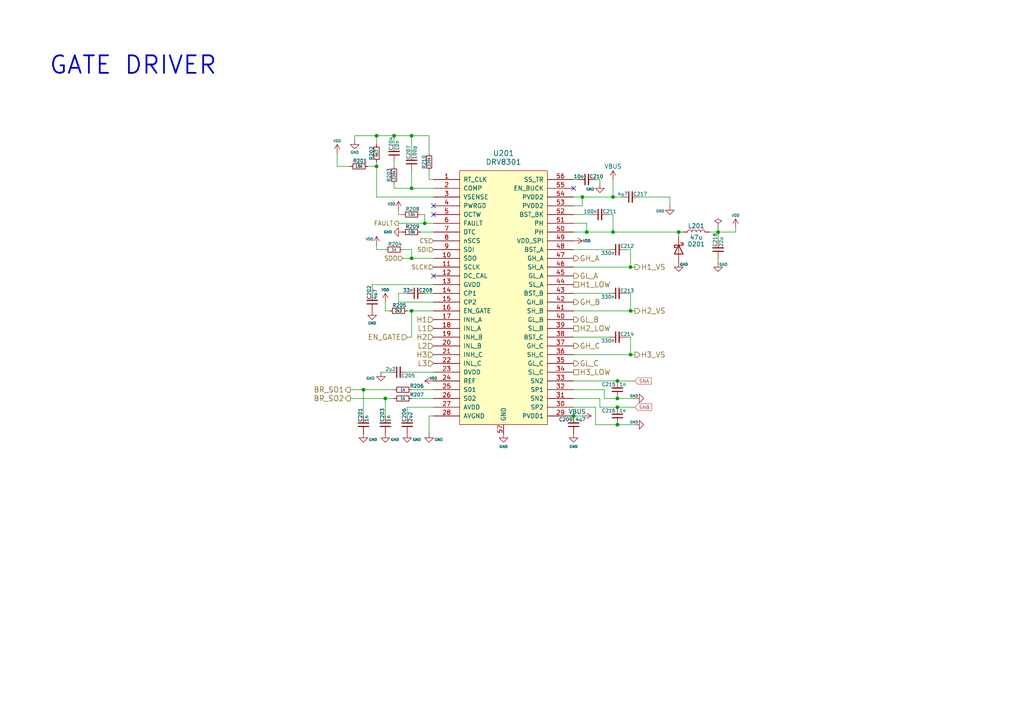
<source format=kicad_sch>
(kicad_sch (version 20250114) (generator "eeschema") (generator_version "9.0")
  (paper "A4")
  (lib_symbols
    (symbol "Bluesat:C_CompactH" (pin_numbers (hide yes)) (pin_names (offset 0.254) (hide yes))
      (property "Reference" "C" (at 0.762 0.889 0))
      (property "Value" "C_CompactH" (at -0.762 0.889 0))
      (symbol "C_CompactH_0_1"
        (polyline (pts (xy -0.508 -1.524) (xy -0.508 1.524)) (stroke (width 0.3048)))
        (polyline (pts (xy 0.508 -1.524) (xy 0.508 1.524)) (stroke (width 0.3302)))
      )
      (symbol "C_CompactH_1_1"
        (pin passive line (at -2.54 0 0) (length 2.032) (name "~") (number "1"))
        (pin passive line (at 2.54 0 180) (length 2.032) (name "~") (number "2"))
      )
    )
    (symbol "Bluesat:C_CompactV" (pin_numbers (hide yes)) (pin_names (offset 0.254) (hide yes))
      (property "Reference" "C" (at -0.889 0.762 90))
      (property "Value" "C_CompactV" (at 0.889 0.762 90))
      (symbol "C_CompactV_0_1"
        (polyline (pts (xy 1.524 0.508) (xy -1.524 0.508)) (stroke (width 0.3302)))
        (polyline (pts (xy 1.524 -0.508) (xy -1.524 -0.508)) (stroke (width 0.3048)))
      )
      (symbol "C_CompactV_1_1"
        (pin passive line (at 0 2.54 270) (length 2.032) (name "~") (number "2"))
        (pin passive line (at 0 -2.54 90) (length 2.032) (name "~") (number "1"))
      )
    )
    (symbol "Bluesat:DRV8301" (pin_names (offset 1.016))
      (property "Reference" "U101" (at 0 50.8 0))
      (property "Value" "DRV8301" (at 0 48.26 0))
      (symbol "DRV8301_0_0"
        (pin passive line (at 20.32 43.18 180) (length 7.62) (name "SS_TR") (number "56"))
        (pin input line (at 20.32 40.64 180) (length 7.62) (name "EN_BUCK") (number "55"))
        (pin power_in line (at 20.32 38.1 180) (length 7.62) (name "PVDD2") (number "54"))
        (pin power_in line (at 20.32 35.56 180) (length 7.62) (name "PVDD2") (number "53"))
        (pin passive line (at 20.32 33.02 180) (length 7.62) (name "BST_BK") (number "52"))
        (pin output line (at 20.32 30.48 180) (length 7.62) (name "PH") (number "51"))
        (pin output line (at 20.32 27.94 180) (length 7.62) (name "PH") (number "50"))
      )
      (symbol "DRV8301_1_0"
        (pin passive line (at 0 -30.48 90) (length 2.54) (name "GND") (number "57"))
        (pin passive line (at 20.32 10.16 180) (length 7.62) (name "BST_B") (number "43"))
      )
      (symbol "DRV8301_1_1"
        (rectangle (start -12.7 45.72) (end 12.7 -27.94) (fill (type background)))
        (pin passive line (at -20.32 43.18 0) (length 7.62) (name "RT_CLK") (number "1"))
        (pin passive line (at -20.32 40.64 0) (length 7.62) (name "COMP") (number "2"))
        (pin input line (at -20.32 38.1 0) (length 7.62) (name "VSENSE") (number "3"))
        (pin input line (at -20.32 35.56 0) (length 7.62) (name "PWRGD") (number "4"))
        (pin input line (at -20.32 33.02 0) (length 7.62) (name "OCTW") (number "5"))
        (pin output line (at -20.32 30.48 0) (length 7.62) (name "FAULT") (number "6"))
        (pin passive line (at -20.32 27.94 0) (length 7.62) (name "DTC") (number "7"))
        (pin input line (at -20.32 25.4 0) (length 7.62) (name "nSCS") (number "8"))
        (pin bidirectional line (at -20.32 22.86 0) (length 7.62) (name "SDI") (number "9"))
        (pin bidirectional line (at -20.32 20.32 0) (length 7.62) (name "SDO") (number "10"))
        (pin bidirectional line (at -20.32 17.78 0) (length 7.62) (name "SCLK") (number "11"))
        (pin input line (at -20.32 15.24 0) (length 7.62) (name "DC_CAL") (number "12"))
        (pin passive line (at -20.32 12.7 0) (length 7.62) (name "GVDD") (number "13"))
        (pin passive line (at -20.32 10.16 0) (length 7.62) (name "CP1") (number "14"))
        (pin passive line (at -20.32 7.62 0) (length 7.62) (name "CP2") (number "15"))
        (pin input line (at -20.32 5.08 0) (length 7.62) (name "EN_GATE") (number "16"))
        (pin input line (at -20.32 2.54 0) (length 7.62) (name "INH_A") (number "17"))
        (pin input line (at -20.32 0 0) (length 7.62) (name "INL_A") (number "18"))
        (pin input line (at -20.32 -2.54 0) (length 7.62) (name "INH_B") (number "19"))
        (pin input line (at -20.32 -5.08 0) (length 7.62) (name "INL_B") (number "20"))
        (pin input line (at -20.32 -7.62 0) (length 7.62) (name "INH_C") (number "21"))
        (pin input line (at -20.32 -10.16 0) (length 7.62) (name "INL_C") (number "22"))
        (pin input line (at -20.32 -12.7 0) (length 7.62) (name "DVDD") (number "23"))
        (pin passive line (at -20.32 -15.24 0) (length 7.62) (name "REF") (number "24"))
        (pin input line (at -20.32 -17.78 0) (length 7.62) (name "S01") (number "25"))
        (pin input line (at -20.32 -20.32 0) (length 7.62) (name "S02") (number "26"))
        (pin power_in line (at -20.32 -22.86 0) (length 7.62) (name "AVDD") (number "27"))
        (pin passive line (at -20.32 -25.4 0) (length 7.62) (name "AVGND") (number "28"))
        (pin power_in line (at 20.32 25.4 180) (length 7.62) (name "VDD_SPI") (number "49"))
        (pin passive line (at 20.32 22.86 180) (length 7.62) (name "BST_A") (number "48"))
        (pin output line (at 20.32 20.32 180) (length 7.62) (name "GH_A") (number "47"))
        (pin input line (at 20.32 17.78 180) (length 7.62) (name "SH_A") (number "46"))
        (pin output line (at 20.32 15.24 180) (length 7.62) (name "GL_A") (number "45"))
        (pin input line (at 20.32 12.7 180) (length 7.62) (name "SL_A") (number "44"))
        (pin output line (at 20.32 7.62 180) (length 7.62) (name "GH_B") (number "42"))
        (pin input line (at 20.32 5.08 180) (length 7.62) (name "SH_B") (number "41"))
        (pin output line (at 20.32 2.54 180) (length 7.62) (name "GL_B") (number "40"))
        (pin input line (at 20.32 0 180) (length 7.62) (name "SL_B") (number "39"))
        (pin passive line (at 20.32 -2.54 180) (length 7.62) (name "BST_C") (number "38"))
        (pin output line (at 20.32 -5.08 180) (length 7.62) (name "GH_C") (number "37"))
        (pin input line (at 20.32 -7.62 180) (length 7.62) (name "SH_C") (number "36"))
        (pin output line (at 20.32 -10.16 180) (length 7.62) (name "GL_C") (number "35"))
        (pin input line (at 20.32 -12.7 180) (length 7.62) (name "SL_C") (number "34"))
        (pin input line (at 20.32 -15.24 180) (length 7.62) (name "SN2") (number "33"))
        (pin input line (at 20.32 -17.78 180) (length 7.62) (name "SP1") (number "32"))
        (pin input line (at 20.32 -20.32 180) (length 7.62) (name "SN2") (number "31"))
        (pin input line (at 20.32 -22.86 180) (length 7.62) (name "SP2") (number "30"))
        (pin power_in line (at 20.32 -25.4 180) (length 7.62) (name "PVDD1") (number "29"))
      )
    )
    (symbol "Bluesat:R_CompactH" (pin_numbers (hide yes)) (pin_names (offset 0.254) (hide yes))
      (property "Reference" "R" (at 1.8415 0.1905 0))
      (property "Value" "R_CompactH" (at 0 0 0))
      (symbol "R_CompactH_0_1"
        (rectangle (start -1.778 -0.762) (end 1.778 0.762) (stroke (width 0.2032)))
      )
      (symbol "R_CompactH_1_1"
        (pin passive line (at -2.54 0 0) (length 0.762) (name "~") (number "1"))
        (pin passive line (at 2.54 0 180) (length 0.762) (name "~") (number "2"))
      )
    )
    (symbol "Bluesat:R_CompactV" (pin_numbers (hide yes)) (pin_names (offset 0.254) (hide yes))
      (property "Reference" "R" (at -0.889 0 90))
      (property "Value" "R_CompactV" (at 0 0 90))
      (symbol "R_CompactV_0_1"
        (rectangle (start -0.762 1.778) (end 0.762 -1.778) (stroke (width 0.2032)))
      )
      (symbol "R_CompactV_1_1"
        (pin passive line (at 0 2.54 270) (length 0.762) (name "~") (number "1"))
        (pin passive line (at 0 -2.54 90) (length 0.762) (name "~") (number "2"))
      )
    )
    (symbol "Device:D_Schottky" (pin_numbers (hide yes)) (pin_names (offset 1.016) (hide yes))
      (property "Reference" "D" (at 0 2.54 0))
      (property "Value" "D_Schottky" (at 0 -2.54 0))
      (symbol "D_Schottky_0_1"
        (polyline (pts (xy -1.905 0.635) (xy -1.905 1.27) (xy -1.27 1.27) (xy -1.27 -1.27) (xy -0.635 -1.27) (xy -0.635 -0.635)) (stroke (width 0.254)))
        (polyline (pts (xy 1.27 1.27) (xy 1.27 -1.27) (xy -1.27 0) (xy 1.27 1.27)) (stroke (width 0.254)))
        (polyline (pts (xy 1.27 0) (xy -1.27 0)))
      )
      (symbol "D_Schottky_1_1"
        (pin passive line (at -3.81 0 0) (length 2.54) (name "K") (number "1"))
        (pin passive line (at 3.81 0 180) (length 2.54) (name "A") (number "2"))
      )
    )
    (symbol "Device:L" (pin_numbers (hide yes)) (pin_names (offset 1.016) (hide yes))
      (property "Reference" "L" (at -1.27 0 90))
      (property "Value" "L" (at 1.905 0 90))
      (symbol "L_0_1"
        (arc (start 0 2.54) (mid 0.6323 1.905) (end 0 1.27))
        (arc (start 0 1.27) (mid 0.6323 0.635) (end 0 0))
        (arc (start 0 0) (mid 0.6323 -0.635) (end 0 -1.27))
        (arc (start 0 -1.27) (mid 0.6323 -1.905) (end 0 -2.54))
      )
      (symbol "L_1_1"
        (pin passive line (at 0 3.81 270) (length 1.27) (name "1") (number "1"))
        (pin passive line (at 0 -3.81 90) (length 1.27) (name "2") (number "2"))
      )
    )
    (symbol "power:GND" (power) (pin_numbers (hide yes)) (pin_names (offset 0) (hide yes))
      (property "Value" "GND" (at 0 -3.81 0))
      (symbol "GND_0_1"
        (polyline (pts (xy 0 0) (xy 0 -1.27) (xy 1.27 -1.27) (xy 0 -2.54) (xy -1.27 -1.27) (xy 0 -1.27)))
      )
      (symbol "GND_1_1"
        (pin power_in line (at 0 0 270) (length 0) (name "~") (number "1"))
      )
    )
    (symbol "power:PWR_FLAG" (power) (pin_numbers (hide yes)) (pin_names (offset 0) (hide yes))
      (property "Value" "PWR_FLAG" (at 0 3.81 0))
      (symbol "PWR_FLAG_0_0"
        (pin power_out line (at 0 0 90) (length 0) (name "~") (number "1"))
      )
      (symbol "PWR_FLAG_0_1"
        (polyline (pts (xy 0 0) (xy 0 1.27) (xy -1.016 1.905) (xy 0 2.54) (xy 1.016 1.905) (xy 0 1.27)))
      )
    )
    (symbol "power:VBUS" (power) (pin_numbers (hide yes)) (pin_names (offset 0) (hide yes))
      (property "Value" "VBUS" (at 0 3.556 0))
      (symbol "VBUS_0_1"
        (polyline (pts (xy -0.762 1.27) (xy 0 2.54)))
        (polyline (pts (xy 0 2.54) (xy 0.762 1.27)))
        (polyline (pts (xy 0 0) (xy 0 2.54)))
      )
      (symbol "VBUS_1_1"
        (pin power_in line (at 0 0 90) (length 0) (name "~") (number "1"))
      )
    )
    (symbol "power:VDD" (power) (pin_numbers (hide yes)) (pin_names (offset 0) (hide yes))
      (property "Value" "VDD" (at 0 3.556 0))
      (symbol "VDD_0_1"
        (polyline (pts (xy -0.762 1.27) (xy 0 2.54)))
        (polyline (pts (xy 0 2.54) (xy 0.762 1.27)))
        (polyline (pts (xy 0 0) (xy 0 2.54)))
      )
      (symbol "VDD_1_1"
        (pin power_in line (at 0 0 90) (length 0) (name "~") (number "1"))
      )
    )
  )
  (text "GATE DRIVER" (at 38.608 19.05 0) (effects (font (size 5.08 5.08) (thickness 0.508) (bold yes))))
  (junction (at 119.38 54.61))
  (junction (at 177.8 57.15))
  (junction (at 179.07 123.19))
  (junction (at 177.8 67.31))
  (junction (at 179.07 115.57))
  (junction (at 109.22 48.26))
  (junction (at 179.07 118.11))
  (junction (at 114.3 39.37))
  (junction (at 109.22 39.37))
  (junction (at 119.38 90.17))
  (junction (at 196.85 67.31))
  (junction (at 105.41 113.03))
  (junction (at 208.28 67.31))
  (junction (at 168.91 57.15))
  (junction (at 170.18 67.31))
  (junction (at 111.76 115.57))
  (junction (at 182.88 77.47))
  (junction (at 119.38 39.37))
  (junction (at 182.88 90.17))
  (junction (at 166.37 120.65))
  (junction (at 123.19 64.77))
  (junction (at 119.38 74.93))
  (junction (at 179.07 110.49))
  (junction (at 182.88 102.87))
  (no_connect (at 125.73 59.69))
  (no_connect (at 166.37 54.61))
  (no_connect (at 125.73 80.01))
  (no_connect (at 125.73 62.23))
  (wire (pts (xy 113.03 107.95) (xy 110.49 107.95)))
  (wire (pts (xy 105.41 113.03) (xy 105.41 120.65)))
  (wire (pts (xy 182.88 72.39) (xy 181.61 72.39)))
  (wire (pts (xy 102.87 39.37) (xy 102.87 40.64)))
  (wire (pts (xy 123.19 64.77) (xy 125.73 64.77)))
  (wire (pts (xy 166.37 57.15) (xy 168.91 57.15)))
  (wire (pts (xy 118.11 118.11) (xy 118.11 120.65)))
  (wire (pts (xy 125.73 57.15) (xy 109.22 57.15)))
  (wire (pts (xy 107.95 82.55) (xy 107.95 85.09)))
  (wire (pts (xy 166.37 102.87) (xy 182.88 102.87)))
  (wire (pts (xy 115.57 64.77) (xy 123.19 64.77)))
  (wire (pts (xy 166.37 115.57) (xy 173.99 115.57)))
  (wire (pts (xy 124.46 39.37) (xy 124.46 44.45)))
  (wire (pts (xy 119.38 74.93) (xy 119.38 72.39)))
  (wire (pts (xy 179.07 110.49) (xy 184.15 110.49)))
  (wire (pts (xy 109.22 48.26) (xy 109.22 46.99)))
  (wire (pts (xy 172.72 118.11) (xy 172.72 123.19)))
  (wire (pts (xy 101.6 115.57) (xy 111.76 115.57)))
  (wire (pts (xy 123.19 85.09) (xy 125.73 85.09)))
  (wire (pts (xy 119.38 115.57) (xy 125.73 115.57)))
  (wire (pts (xy 114.3 41.91) (xy 114.3 39.37)))
  (wire (pts (xy 119.38 54.61) (xy 119.38 49.53)))
  (wire (pts (xy 166.37 97.79) (xy 176.53 97.79)))
  (wire (pts (xy 119.38 113.03) (xy 125.73 113.03)))
  (wire (pts (xy 109.22 71.12) (xy 109.22 72.39)))
  (wire (pts (xy 119.38 90.17) (xy 125.73 90.17)))
  (wire (pts (xy 213.36 66.04) (xy 213.36 67.31)))
  (wire (pts (xy 125.73 118.11) (xy 118.11 118.11)))
  (wire (pts (xy 119.38 39.37) (xy 114.3 39.37)))
  (wire (pts (xy 124.46 39.37) (xy 119.38 39.37)))
  (wire (pts (xy 125.73 82.55) (xy 107.95 82.55)))
  (wire (pts (xy 182.88 85.09) (xy 182.88 90.17)))
  (wire (pts (xy 111.76 115.57) (xy 111.76 120.65)))
  (wire (pts (xy 166.37 77.47) (xy 182.88 77.47)))
  (wire (pts (xy 109.22 39.37) (xy 102.87 39.37)))
  (wire (pts (xy 97.79 44.45) (xy 97.79 48.26)))
  (wire (pts (xy 166.37 52.07) (xy 167.64 52.07)))
  (wire (pts (xy 166.37 113.03) (xy 175.26 113.03)))
  (wire (pts (xy 172.72 52.07) (xy 173.99 52.07)))
  (wire (pts (xy 173.99 118.11) (xy 179.07 118.11)))
  (wire (pts (xy 177.8 62.23) (xy 177.8 67.31)))
  (wire (pts (xy 118.11 107.95) (xy 125.73 107.95)))
  (wire (pts (xy 106.68 48.26) (xy 109.22 48.26)))
  (wire (pts (xy 111.76 72.39) (xy 109.22 72.39)))
  (wire (pts (xy 166.37 72.39) (xy 176.53 72.39)))
  (wire (pts (xy 109.22 39.37) (xy 114.3 39.37)))
  (wire (pts (xy 182.88 97.79) (xy 182.88 102.87)))
  (wire (pts (xy 182.88 77.47) (xy 184.15 77.47)))
  (wire (pts (xy 168.91 57.15) (xy 177.8 57.15)))
  (wire (pts (xy 111.76 87.63) (xy 111.76 90.17)))
  (wire (pts (xy 125.73 54.61) (xy 119.38 54.61)))
  (wire (pts (xy 119.38 72.39) (xy 116.84 72.39)))
  (wire (pts (xy 166.37 64.77) (xy 170.18 64.77)))
  (wire (pts (xy 166.37 118.11) (xy 172.72 118.11)))
  (wire (pts (xy 175.26 113.03) (xy 175.26 115.57)))
  (wire (pts (xy 109.22 41.91) (xy 109.22 39.37)))
  (wire (pts (xy 113.03 90.17) (xy 111.76 90.17)))
  (wire (pts (xy 116.84 74.93) (xy 119.38 74.93)))
  (wire (pts (xy 123.19 64.77) (xy 123.19 62.23)))
  (wire (pts (xy 170.18 64.77) (xy 170.18 67.31)))
  (wire (pts (xy 166.37 62.23) (xy 171.45 62.23)))
  (wire (pts (xy 182.88 72.39) (xy 182.88 77.47)))
  (wire (pts (xy 177.8 57.15) (xy 177.8 52.07)))
  (wire (pts (xy 111.76 115.57) (xy 114.3 115.57)))
  (wire (pts (xy 185.42 57.15) (xy 194.31 57.15)))
  (wire (pts (xy 166.37 90.17) (xy 182.88 90.17)))
  (wire (pts (xy 168.91 59.69) (xy 168.91 57.15)))
  (wire (pts (xy 124.46 120.65) (xy 124.46 125.73)))
  (wire (pts (xy 118.11 97.79) (xy 119.38 97.79)))
  (wire (pts (xy 173.99 52.07) (xy 173.99 53.34)))
  (wire (pts (xy 182.88 85.09) (xy 181.61 85.09)))
  (wire (pts (xy 170.18 67.31) (xy 177.8 67.31)))
  (wire (pts (xy 115.57 87.63) (xy 125.73 87.63)))
  (wire (pts (xy 175.26 115.57) (xy 179.07 115.57)))
  (wire (pts (xy 166.37 110.49) (xy 179.07 110.49)))
  (wire (pts (xy 196.85 67.31) (xy 196.85 68.58)))
  (wire (pts (xy 125.73 120.65) (xy 124.46 120.65)))
  (wire (pts (xy 114.3 54.61) (xy 114.3 53.34)))
  (wire (pts (xy 208.28 66.04) (xy 208.28 67.31)))
  (wire (pts (xy 125.73 52.07) (xy 124.46 52.07)))
  (wire (pts (xy 179.07 123.19) (xy 184.15 123.19)))
  (wire (pts (xy 105.41 113.03) (xy 114.3 113.03)))
  (wire (pts (xy 119.38 97.79) (xy 119.38 90.17)))
  (wire (pts (xy 115.57 62.23) (xy 116.84 62.23)))
  (wire (pts (xy 118.11 85.09) (xy 115.57 85.09)))
  (wire (pts (xy 166.37 59.69) (xy 168.91 59.69)))
  (wire (pts (xy 121.92 62.23) (xy 123.19 62.23)))
  (wire (pts (xy 109.22 57.15) (xy 109.22 48.26)))
  (wire (pts (xy 179.07 115.57) (xy 184.15 115.57)))
  (wire (pts (xy 115.57 62.23) (xy 115.57 60.96)))
  (wire (pts (xy 101.6 48.26) (xy 97.79 48.26)))
  (wire (pts (xy 125.73 74.93) (xy 119.38 74.93)))
  (wire (pts (xy 166.37 120.65) (xy 168.91 120.65)))
  (wire (pts (xy 179.07 118.11) (xy 184.15 118.11)))
  (wire (pts (xy 166.37 67.31) (xy 170.18 67.31)))
  (wire (pts (xy 119.38 54.61) (xy 114.3 54.61)))
  (wire (pts (xy 182.88 90.17) (xy 184.15 90.17)))
  (wire (pts (xy 118.11 90.17) (xy 119.38 90.17)))
  (wire (pts (xy 208.28 74.93) (xy 208.28 76.2)))
  (wire (pts (xy 213.36 67.31) (xy 208.28 67.31)))
  (wire (pts (xy 194.31 57.15) (xy 194.31 59.69)))
  (wire (pts (xy 177.8 57.15) (xy 180.34 57.15)))
  (wire (pts (xy 114.3 46.99) (xy 114.3 48.26)))
  (wire (pts (xy 182.88 102.87) (xy 184.15 102.87)))
  (wire (pts (xy 115.57 85.09) (xy 115.57 87.63)))
  (wire (pts (xy 173.99 115.57) (xy 173.99 118.11)))
  (wire (pts (xy 177.8 67.31) (xy 196.85 67.31)))
  (wire (pts (xy 172.72 123.19) (xy 179.07 123.19)))
  (wire (pts (xy 166.37 85.09) (xy 176.53 85.09)))
  (wire (pts (xy 124.46 49.53) (xy 124.46 52.07)))
  (wire (pts (xy 121.92 67.31) (xy 125.73 67.31)))
  (wire (pts (xy 208.28 67.31) (xy 208.28 69.85)))
  (wire (pts (xy 119.38 44.45) (xy 119.38 39.37)))
  (wire (pts (xy 196.85 67.31) (xy 198.12 67.31)))
  (wire (pts (xy 182.88 97.79) (xy 181.61 97.79)))
  (wire (pts (xy 176.53 62.23) (xy 177.8 62.23)))
  (wire (pts (xy 101.6 113.03) (xy 105.41 113.03)))
  (wire (pts (xy 205.74 67.31) (xy 208.28 67.31)))
  (global_label "SNA" (shape input) (at 184.15 110.49 0) (effects (font (size 1.016 1.016) (thickness 0.0953))) (property "Intersheetrefs" "${INTERSHEET_REFS}" (effects (hide yes))))
  (global_label "SNB" (shape input) (at 184.15 118.11 0) (effects (font (size 1.016 1.016) (thickness 0.0953))) (property "Intersheetrefs" "${INTERSHEET_REFS}" (effects (hide yes))))
  (hierarchical_label "SDO" (shape input) (at 116.84 74.93 180))
  (hierarchical_label "H3_VS" (shape output) (at 184.15 102.87 0) (effects (font (size 1.524 1.524))))
  (hierarchical_label "GL_C" (shape output) (at 166.37 105.41 0) (effects (font (size 1.524 1.524))))
  (hierarchical_label "H2" (shape input) (at 125.73 97.79 180) (effects (font (size 1.524 1.524))))
  (hierarchical_label "H2_VS" (shape output) (at 184.15 90.17 0) (effects (font (size 1.524 1.524))))
  (hierarchical_label "EN_GATE" (shape input) (at 118.11 97.79 180) (effects (font (size 1.524 1.524))))
  (hierarchical_label "L2" (shape input) (at 125.73 100.33 180) (effects (font (size 1.524 1.524))))
  (hierarchical_label "H3" (shape input) (at 125.73 102.87 180) (effects (font (size 1.524 1.524))))
  (hierarchical_label "L3" (shape input) (at 125.73 105.41 180) (effects (font (size 1.524 1.524))))
  (hierarchical_label "BR_SO2" (shape output) (at 101.6 115.57 180) (effects (font (size 1.524 1.524))))
  (hierarchical_label "FAULT" (shape output) (at 115.57 64.77 180))
  (hierarchical_label "GL_A" (shape output) (at 166.37 80.01 0) (effects (font (size 1.524 1.524))))
  (hierarchical_label "GL_B" (shape output) (at 166.37 92.71 0) (effects (font (size 1.524 1.524))))
  (hierarchical_label "H1_VS" (shape output) (at 184.15 77.47 0) (effects (font (size 1.524 1.524))))
  (hierarchical_label "CS" (shape input) (at 125.73 69.85 180))
  (hierarchical_label "SLCK" (shape input) (at 125.73 77.47 180))
  (hierarchical_label "SDI" (shape input) (at 125.73 72.39 180))
  (hierarchical_label "H1" (shape input) (at 125.73 92.71 180) (effects (font (size 1.524 1.524))))
  (hierarchical_label "GH_B" (shape output) (at 166.37 87.63 0) (effects (font (size 1.524 1.524))))
  (hierarchical_label "L1" (shape input) (at 125.73 95.25 180) (effects (font (size 1.524 1.524))))
  (hierarchical_label "H2_LOW" (shape passive) (at 166.37 95.25 0) (effects (font (size 1.524 1.524))))
  (hierarchical_label "H1_LOW" (shape passive) (at 166.37 82.55 0) (effects (font (size 1.524 1.524))))
  (hierarchical_label "BR_SO1" (shape output) (at 101.6 113.03 180) (effects (font (size 1.524 1.524))))
  (hierarchical_label "H3_LOW" (shape passive) (at 166.37 107.95 0) (effects (font (size 1.524 1.524))))
  (hierarchical_label "GH_C" (shape output) (at 166.37 100.33 0) (effects (font (size 1.524 1.524))))
  (hierarchical_label "GH_A" (shape output) (at 166.37 74.93 0) (effects (font (size 1.524 1.524))))
  (symbol (lib_id "Bluesat:C_CompactV") (at 111.76 123.19 0) (unit 1)
    (property "Reference" "C203" (at 110.871 122.428 90) (effects (font (size 1.016 1.016)) (justify left)))
    (property "Value" "1n" (at 112.649 122.428 90) (effects (font (size 1.016 1.016)) (justify left)))
    (property "Footprint" "Capacitor_SMD:C_0402_1005Metric" (effects (hide yes)))
    (property "Description" "Unpolarized capacitor, compact symbol" (effects (hide yes)))
  )
  (symbol (lib_id "Bluesat:C_CompactH") (at 179.07 97.79 0) (unit 1)
    (property "Reference" "C214" (at 179.832 96.901 0) (effects (font (size 1.016 1.016)) (justify left)))
    (property "Value" "330n" (at 178.308 98.806 0) (effects (font (size 1.016 1.016)) (justify right)))
    (property "Footprint" "Capacitor_SMD:C_0603_1608Metric" (effects (hide yes)))
    (property "Description" "Unpolarized capacitor, compact symbol" (effects (hide yes)))
  )
  (symbol (lib_id "power:VDD") (at 97.79 44.45 0) (unit 1)
    (property "Reference" "#PWR0201" (effects (hide yes)))
    (property "Value" "VDD" (at 97.79 40.894 0) (effects (font (size 0.762 0.762))))
    (property "Description" "Power symbol creates a global label with name \"VDD\"" (effects (hide yes)))
  )
  (symbol (lib_id "Bluesat:R_CompactH") (at 119.38 62.23 0) (unit 1)
    (property "Reference" "R208" (at 117.602 61.214 0) (effects (font (size 1.016 1.016)) (justify left bottom)))
    (property "Value" "10k" (at 119.38 62.23 0) (effects (font (size 0.762 0.762))))
    (property "Footprint" "Resistor_SMD:R_0402_1005Metric" (effects (hide yes)))
    (property "Description" "Resistor, compact symbol" (effects (hide yes)))
  )
  (symbol (lib_id "Bluesat:C_CompactV") (at 166.37 123.19 0) (unit 1)
    (property "Reference" "C209" (at 162.052 121.666 0) (effects (font (size 1.016 1.016)) (justify left)))
    (property "Value" "4u7" (at 166.878 121.666 0) (effects (font (size 1.016 1.016)) (justify left)))
    (property "Footprint" "Capacitor_SMD:C_1210_3225Metric" (effects (hide yes)))
    (property "Description" "Unpolarized capacitor, compact symbol" (effects (hide yes)))
  )
  (symbol (lib_id "power:GND") (at 194.31 59.69 0) (unit 1)
    (property "Reference" "#PWR0220" (effects (hide yes)))
    (property "Value" "GND" (at 191.516 61.214 0) (effects (font (size 0.762 0.762))))
    (property "Description" "Power symbol creates a global label with name \"GND\" , ground" (effects (hide yes)))
  )
  (symbol (lib_id "Bluesat:C_CompactV") (at 105.41 123.19 0) (unit 1)
    (property "Reference" "C201" (at 104.521 122.428 90) (effects (font (size 1.016 1.016)) (justify left)))
    (property "Value" "1n" (at 106.299 122.428 90) (effects (font (size 1.016 1.016)) (justify left)))
    (property "Footprint" "Capacitor_SMD:C_0402_1005Metric" (effects (hide yes)))
    (property "Description" "Unpolarized capacitor, compact symbol" (effects (hide yes)))
  )
  (symbol (lib_id "power:GND") (at 105.41 125.73 0) (unit 1)
    (property "Reference" "#PWR0203" (effects (hide yes)))
    (property "Value" "GND" (at 108.204 127.508 0) (effects (font (size 0.762 0.762))))
    (property "Description" "Power symbol creates a global label with name \"GND\" , ground" (effects (hide yes)))
  )
  (symbol (lib_id "power:VBUS") (at 177.8 52.07 0) (unit 1)
    (property "Reference" "#PWR0224" (effects (hide yes)))
    (property "Value" "VBUS" (at 177.8 48.26 0))
    (property "Description" "Power symbol creates a global label with name \"VBUS\"" (effects (hide yes)))
  )
  (symbol (lib_id "power:VDD") (at 111.76 87.63 0) (unit 1)
    (property "Reference" "#PWR0207" (effects (hide yes)))
    (property "Value" "VDD" (at 111.76 84.074 0) (effects (font (size 0.762 0.762))))
    (property "Description" "Power symbol creates a global label with name \"VDD\"" (effects (hide yes)))
  )
  (symbol (lib_id "power:GND") (at 124.46 125.73 0) (unit 1)
    (property "Reference" "#PWR0212" (effects (hide yes)))
    (property "Value" "GND" (at 127.254 127.508 0) (effects (font (size 0.762 0.762))))
    (property "Description" "Power symbol creates a global label with name \"GND\" , ground" (effects (hide yes)))
  )
  (symbol (lib_id "power:GND") (at 184.15 115.57 90) (unit 1)
    (property "Reference" "#PWR0218" (effects (hide yes)))
    (property "Value" "GND" (at 183.896 114.808 90) (effects (font (size 0.762 0.762))))
    (property "Description" "Power symbol creates a global label with name \"GND\" , ground" (effects (hide yes)))
  )
  (symbol (lib_id "power:VDD") (at 213.36 66.04 0) (unit 1)
    (property "Reference" "#PWR0223" (effects (hide yes)))
    (property "Value" "VDD" (at 213.36 62.484 0) (effects (font (size 0.762 0.762))))
    (property "Description" "Power symbol creates a global label with name \"VDD\"" (effects (hide yes)))
  )
  (symbol (lib_id "Bluesat:R_CompactH") (at 104.14 48.26 0) (unit 1)
    (property "Reference" "R201" (at 102.362 47.244 0) (effects (font (size 1.016 1.016)) (justify left bottom)))
    (property "Value" "15k" (at 104.14 48.26 0) (effects (font (size 0.762 0.762))))
    (property "Footprint" "Resistor_SMD:R_0402_1005Metric" (effects (hide yes)))
    (property "Description" "Resistor, compact symbol" (effects (hide yes)))
  )
  (symbol (lib_id "power:GND") (at 118.11 125.73 0) (unit 1)
    (property "Reference" "#PWR0211" (effects (hide yes)))
    (property "Value" "GND" (at 120.904 127.508 0) (effects (font (size 0.762 0.762))))
    (property "Description" "Power symbol creates a global label with name \"GND\" , ground" (effects (hide yes)))
  )
  (symbol (lib_id "Device:D_Schottky") (at 196.85 72.39 270) (unit 1)
    (property "Reference" "D201" (at 199.39 70.8024 90) (effects (justify left)))
    (property "Value" "D_Schottky" (effects (hide yes)))
    (property "Footprint" "Diode_SMD:D_SOD-123" (effects (hide yes)))
    (property "Description" "Schottky diode" (effects (hide yes)))
  )
  (symbol (lib_id "Bluesat:R_CompactV") (at 114.3 50.8 0) (unit 1)
    (property "Reference" "R203" (at 113.411 50.8 90) (effects (font (size 1.016 1.016)) (justify bottom)))
    (property "Value" "220k" (at 114.3 50.8 90) (effects (font (size 0.762 0.762))))
    (property "Footprint" "Resistor_SMD:R_0402_1005Metric" (effects (hide yes)))
    (property "Description" "Resistor, compact symbol" (effects (hide yes)))
  )
  (symbol (lib_id "power:PWR_FLAG") (at 208.28 66.04 0) (unit 1)
    (property "Reference" "#FLG0201" (effects (hide yes)))
    (property "Value" "PWR_FLAG" (effects (hide yes)))
    (property "Description" "Special symbol for telling ERC where power comes from" (effects (hide yes)))
  )
  (symbol (lib_id "power:GND") (at 146.05 125.73 0) (unit 1)
    (property "Reference" "#PWR0214" (effects (hide yes)))
    (property "Value" "GND" (at 146.05 129.54 0) (effects (font (size 0.762 0.762))))
    (property "Description" "Power symbol creates a global label with name \"GND\" , ground" (effects (hide yes)))
  )
  (symbol (lib_id "Device:L") (at 201.93 67.31 90) (unit 1)
    (property "Reference" "L201" (at 201.93 65.532 90))
    (property "Value" "47u" (at 201.93 68.834 90))
    (property "Footprint" "Inductor_SMD:L_Changjiang_FXL0630" (effects (hide yes)))
    (property "Description" "Inductor" (effects (hide yes)))
  )
  (symbol (lib_id "Bluesat:R_CompactH") (at 114.3 72.39 0) (unit 1)
    (property "Reference" "R204" (at 112.522 71.374 0) (effects (font (size 1.016 1.016)) (justify left bottom)))
    (property "Value" "1k" (at 114.3 72.39 0) (effects (font (size 0.762 0.762))))
    (property "Footprint" "Resistor_SMD:R_0402_1005Metric" (effects (hide yes)))
    (property "Description" "Resistor, compact symbol" (effects (hide yes)))
  )
  (symbol (lib_id "Bluesat:C_CompactV") (at 114.3 44.45 0) (unit 1)
    (property "Reference" "C204" (at 113.411 43.688 90) (effects (font (size 1.016 1.016)) (justify left)))
    (property "Value" "10n" (at 115.189 43.688 90) (effects (font (size 1.016 1.016)) (justify left)))
    (property "Footprint" "Capacitor_SMD:C_0402_1005Metric" (effects (hide yes)))
    (property "Description" "Unpolarized capacitor, compact symbol" (effects (hide yes)))
  )
  (symbol (lib_id "power:GND") (at 166.37 125.73 0) (unit 1)
    (property "Reference" "#PWR0216" (effects (hide yes)))
    (property "Value" "GND" (at 166.37 129.54 0) (effects (font (size 0.762 0.762))))
    (property "Description" "Power symbol creates a global label with name \"GND\" , ground" (effects (hide yes)))
  )
  (symbol (lib_id "Bluesat:C_CompactH") (at 179.07 85.09 0) (unit 1)
    (property "Reference" "C213" (at 179.832 84.328 0) (effects (font (size 1.016 1.016)) (justify left)))
    (property "Value" "330n" (at 178.308 86.106 0) (effects (font (size 1.016 1.016)) (justify right)))
    (property "Footprint" "Capacitor_SMD:C_0603_1608Metric" (effects (hide yes)))
    (property "Description" "Unpolarized capacitor, compact symbol" (effects (hide yes)))
  )
  (symbol (lib_id "power:VDD") (at 166.37 69.85 270) (unit 1)
    (property "Reference" "#PWR0215" (effects (hide yes)))
    (property "Value" "VDD" (at 170.18 69.85 90) (effects (font (size 0.762 0.762))))
    (property "Description" "Power symbol creates a global label with name \"VDD\"" (effects (hide yes)))
  )
  (symbol (lib_id "Bluesat:C_CompactV") (at 119.38 46.99 0) (unit 1)
    (property "Reference" "C207" (at 118.491 46.228 90) (effects (font (size 1.016 1.016)) (justify left)))
    (property "Value" "100p" (at 120.269 46.228 90) (effects (font (size 1.016 1.016)) (justify left)))
    (property "Footprint" "Capacitor_SMD:C_0402_1005Metric" (effects (hide yes)))
    (property "Description" "Unpolarized capacitor, compact symbol" (effects (hide yes)))
  )
  (symbol (lib_id "Bluesat:C_CompactH") (at 173.99 62.23 0) (unit 1)
    (property "Reference" "C211" (at 174.752 61.341 0) (effects (font (size 1.016 1.016)) (justify left)))
    (property "Value" "100n" (at 173.228 61.341 0) (effects (font (size 1.016 1.016)) (justify right)))
    (property "Footprint" "Capacitor_SMD:C_0603_1608Metric" (effects (hide yes)))
    (property "Description" "Unpolarized capacitor, compact symbol" (effects (hide yes)))
  )
  (symbol (lib_id "Bluesat:C_CompactV") (at 179.07 120.65 0) (unit 1)
    (property "Reference" "C216" (at 174.498 119.126 0) (effects (font (size 1.016 1.016)) (justify left)))
    (property "Value" "1n" (at 179.578 119.126 0) (effects (font (size 1.016 1.016)) (justify left)))
    (property "Footprint" "Capacitor_SMD:C_0402_1005Metric" (effects (hide yes)))
    (property "Description" "Unpolarized capacitor, compact symbol" (effects (hide yes)))
  )
  (symbol (lib_id "Bluesat:C_CompactH") (at 182.88 57.15 0) (unit 1)
    (property "Reference" "C217" (at 183.642 56.261 0) (effects (font (size 1.016 1.016)) (justify left)))
    (property "Value" "4u7" (at 182.118 56.261 0) (effects (font (size 1.016 1.016)) (justify right)))
    (property "Footprint" "Capacitor_SMD:C_1210_3225Metric" (effects (hide yes)))
    (property "Description" "Unpolarized capacitor, compact symbol" (effects (hide yes)))
  )
  (symbol (lib_id "Bluesat:R_CompactH") (at 116.84 115.57 0) (unit 1)
    (property "Reference" "R207" (at 118.872 115.062 0) (effects (font (size 1.016 1.016)) (justify left bottom)))
    (property "Value" "1k" (at 116.84 115.57 0) (effects (font (size 0.762 0.762))))
    (property "Footprint" "Resistor_SMD:R_0402_1005Metric" (effects (hide yes)))
    (property "Description" "Resistor, compact symbol" (effects (hide yes)))
  )
  (symbol (lib_id "Bluesat:C_CompactH") (at 179.07 72.39 0) (unit 1)
    (property "Reference" "C212" (at 179.832 71.374 0) (effects (font (size 1.016 1.016)) (justify left)))
    (property "Value" "330n" (at 178.308 73.406 0) (effects (font (size 1.016 1.016)) (justify right)))
    (property "Footprint" "Capacitor_SMD:C_0603_1608Metric" (effects (hide yes)))
    (property "Description" "Unpolarized capacitor, compact symbol" (effects (hide yes)))
  )
  (symbol (lib_id "power:GND") (at 116.84 67.31 270) (unit 1)
    (property "Reference" "#PWR0210" (effects (hide yes)))
    (property "Value" "GND" (at 112.522 67.31 90) (effects (font (size 0.762 0.762))))
    (property "Description" "Power symbol creates a global label with name \"GND\" , ground" (effects (hide yes)))
  )
  (symbol (lib_id "Bluesat:C_CompactV") (at 179.07 113.03 0) (unit 1)
    (property "Reference" "C215" (at 174.498 111.506 0) (effects (font (size 1.016 1.016)) (justify left)))
    (property "Value" "1n" (at 179.578 111.506 0) (effects (font (size 1.016 1.016)) (justify left)))
    (property "Footprint" "Capacitor_SMD:C_0402_1005Metric" (effects (hide yes)))
    (property "Description" "Unpolarized capacitor, compact symbol" (effects (hide yes)))
  )
  (symbol (lib_id "power:GND") (at 111.76 125.73 0) (unit 1)
    (property "Reference" "#PWR0208" (effects (hide yes)))
    (property "Value" "GND" (at 114.554 127.508 0) (effects (font (size 0.762 0.762))))
    (property "Description" "Power symbol creates a global label with name \"GND\" , ground" (effects (hide yes)))
  )
  (symbol (lib_id "power:GND") (at 208.28 76.2 0) (unit 1)
    (property "Reference" "#PWR0222" (effects (hide yes)))
    (property "Value" "GND" (at 209.804 76.708 0) (effects (font (size 0.762 0.762))))
    (property "Description" "Power symbol creates a global label with name \"GND\" , ground" (effects (hide yes)))
  )
  (symbol (lib_id "power:GND") (at 110.49 107.95 0) (unit 1)
    (property "Reference" "#PWR0206" (effects (hide yes)))
    (property "Value" "GND" (at 107.442 109.728 0) (effects (font (size 0.762 0.762))))
    (property "Description" "Power symbol creates a global label with name \"GND\" , ground" (effects (hide yes)))
  )
  (symbol (lib_id "Bluesat:C_CompactH") (at 170.18 52.07 0) (unit 1)
    (property "Reference" "C210" (at 170.942 51.181 0) (effects (font (size 1.016 1.016)) (justify left)))
    (property "Value" "10n" (at 169.418 51.181 0) (effects (font (size 1.016 1.016)) (justify right)))
    (property "Footprint" "Capacitor_SMD:C_0402_1005Metric" (effects (hide yes)))
    (property "Description" "Unpolarized capacitor, compact symbol" (effects (hide yes)))
  )
  (symbol (lib_id "power:VBUS") (at 168.91 120.65 270) (unit 1)
    (property "Reference" "#PWR01" (effects (hide yes)))
    (property "Value" "VBUS" (at 167.386 119.38 90))
    (property "Description" "Power symbol creates a global label with name \"VBUS\"" (effects (hide yes)))
  )
  (symbol (lib_id "power:GND") (at 184.15 123.19 90) (unit 1)
    (property "Reference" "#PWR0219" (effects (hide yes)))
    (property "Value" "GND" (at 183.896 122.428 90) (effects (font (size 0.762 0.762))))
    (property "Description" "Power symbol creates a global label with name \"GND\" , ground" (effects (hide yes)))
  )
  (symbol (lib_id "power:VDD") (at 125.73 110.49 90) (unit 1)
    (property "Reference" "#PWR0213" (effects (hide yes)))
    (property "Value" "VDD" (at 125.73 109.728 90) (effects (font (size 0.762 0.762))))
    (property "Description" "Power symbol creates a global label with name \"VDD\"" (effects (hide yes)))
  )
  (symbol (lib_id "Bluesat:R_CompactV") (at 124.46 46.99 0) (unit 1)
    (property "Reference" "R210" (at 123.571 46.99 90) (effects (font (size 1.016 1.016)) (justify bottom)))
    (property "Value" "220k" (at 124.46 46.99 90) (effects (font (size 0.762 0.762))))
    (property "Footprint" "Resistor_SMD:R_0402_1005Metric" (effects (hide yes)))
    (property "Description" "Resistor, compact symbol" (effects (hide yes)))
  )
  (symbol (lib_id "power:GND") (at 196.85 76.2 0) (unit 1)
    (property "Reference" "#PWR0221" (effects (hide yes)))
    (property "Value" "GND" (at 198.374 76.708 0) (effects (font (size 0.762 0.762))))
    (property "Description" "Power symbol creates a global label with name \"GND\" , ground" (effects (hide yes)))
  )
  (symbol (lib_id "Bluesat:R_CompactH") (at 115.57 90.17 0) (unit 1)
    (property "Reference" "R205" (at 113.792 89.154 0) (effects (font (size 1.016 1.016)) (justify left bottom)))
    (property "Value" "2k2" (at 115.57 90.17 0) (effects (font (size 0.762 0.762))))
    (property "Footprint" "Resistor_SMD:R_0402_1005Metric" (effects (hide yes)))
    (property "Description" "Resistor, compact symbol" (effects (hide yes)))
  )
  (symbol (lib_id "power:GND") (at 107.95 90.17 0) (unit 1)
    (property "Reference" "#PWR0204" (effects (hide yes)))
    (property "Value" "GND" (at 107.95 93.726 0) (effects (font (size 0.762 0.762))))
    (property "Description" "Power symbol creates a global label with name \"GND\" , ground" (effects (hide yes)))
  )
  (symbol (lib_id "Bluesat:C_CompactV") (at 208.28 72.39 0) (unit 1)
    (property "Reference" "C218" (at 207.391 71.628 90) (effects (font (size 1.016 1.016)) (justify left)))
    (property "Value" "22u" (at 209.169 71.628 90) (effects (font (size 1.016 1.016)) (justify left)))
    (property "Footprint" "Capacitor_SMD:C_1210_3225Metric" (effects (hide yes)))
    (property "Description" "Unpolarized capacitor, compact symbol" (effects (hide yes)))
  )
  (symbol (lib_id "Bluesat:R_CompactV") (at 109.22 44.45 0) (unit 1)
    (property "Reference" "R202" (at 108.331 44.45 90) (effects (font (size 1.016 1.016)) (justify bottom)))
    (property "Value" "4k7" (at 109.22 44.45 90) (effects (font (size 0.762 0.762))))
    (property "Footprint" "Resistor_SMD:R_0402_1005Metric" (effects (hide yes)))
    (property "Description" "Resistor, compact symbol" (effects (hide yes)))
  )
  (symbol (lib_id "power:VDD") (at 109.22 71.12 0) (unit 1)
    (property "Reference" "#PWR0205" (effects (hide yes)))
    (property "Value" "VDD" (at 107.188 69.342 0) (effects (font (size 0.762 0.762))))
    (property "Description" "Power symbol creates a global label with name \"VDD\"" (effects (hide yes)))
  )
  (symbol (lib_id "Bluesat:C_CompactV") (at 107.95 87.63 0) (unit 1)
    (property "Reference" "C202" (at 107.061 86.868 90) (effects (font (size 1.016 1.016)) (justify left)))
    (property "Value" "4u7" (at 108.839 86.868 90) (effects (font (size 1.016 1.016)) (justify left)))
    (property "Footprint" "Capacitor_SMD:C_1206_3216Metric" (effects (hide yes)))
    (property "Description" "Unpolarized capacitor, compact symbol" (effects (hide yes)))
  )
  (symbol (lib_id "Bluesat:C_CompactH") (at 115.57 107.95 0) (unit 1)
    (property "Reference" "C205" (at 116.332 108.966 0) (effects (font (size 1.016 1.016)) (justify left)))
    (property "Value" "2u2" (at 114.808 107.061 0) (effects (font (size 1.016 1.016)) (justify right)))
    (property "Footprint" "Capacitor_SMD:C_0603_1608Metric" (effects (hide yes)))
    (property "Description" "Unpolarized capacitor, compact symbol" (effects (hide yes)))
  )
  (symbol (lib_id "Bluesat:C_CompactH") (at 120.65 85.09 0) (unit 1)
    (property "Reference" "C208" (at 121.412 84.201 0) (effects (font (size 1.016 1.016)) (justify left)))
    (property "Value" "33n" (at 119.888 84.201 0) (effects (font (size 1.016 1.016)) (justify right)))
    (property "Footprint" "Capacitor_SMD:C_0603_1608Metric" (effects (hide yes)))
    (property "Description" "Unpolarized capacitor, compact symbol" (effects (hide yes)))
  )
  (symbol (lib_id "power:GND") (at 102.87 40.64 0) (unit 1)
    (property "Reference" "#PWR0202" (effects (hide yes)))
    (property "Value" "GND" (at 102.87 44.196 0) (effects (font (size 0.762 0.762))))
    (property "Description" "Power symbol creates a global label with name \"GND\" , ground" (effects (hide yes)))
  )
  (symbol (lib_id "Bluesat:R_CompactH") (at 119.38 67.31 0) (unit 1)
    (property "Reference" "R209" (at 117.602 66.294 0) (effects (font (size 1.016 1.016)) (justify left bottom)))
    (property "Value" "10k" (at 119.38 67.31 0) (effects (font (size 0.762 0.762))))
    (property "Footprint" "Resistor_SMD:R_0402_1005Metric" (effects (hide yes)))
    (property "Description" "Resistor, compact symbol" (effects (hide yes)))
  )
  (symbol (lib_id "power:VDD") (at 115.57 60.96 0) (unit 1)
    (property "Reference" "#PWR0209" (effects (hide yes)))
    (property "Value" "VDD" (at 113.538 59.182 0) (effects (font (size 0.762 0.762))))
    (property "Description" "Power symbol creates a global label with name \"VDD\"" (effects (hide yes)))
  )
  (symbol (lib_id "Bluesat:DRV8301") (at 146.05 95.25 0) (unit 1)
    (property "Reference" "U201" (at 146.05 44.45 0) (effects (font (size 1.524 1.524))))
    (property "Value" "DRV8301" (at 146.05 46.99 0) (effects (font (size 1.524 1.524))))
    (property "Footprint" "Bluesat:HTSSOP-56_6.1x14-0.5-EP" (effects (hide yes)))
    (property "Datasheet" "http://www.ti.com/lit/ds/symlink/drv8353r.pdf" (effects (hide yes)))
  )
  (symbol (lib_id "Bluesat:R_CompactH") (at 116.84 113.03 0) (unit 1)
    (property "Reference" "R206" (at 118.872 112.522 0) (effects (font (size 1.016 1.016)) (justify left bottom)))
    (property "Value" "1k" (at 116.84 113.03 0) (effects (font (size 0.762 0.762))))
    (property "Footprint" "Resistor_SMD:R_0402_1005Metric" (effects (hide yes)))
    (property "Description" "Resistor, compact symbol" (effects (hide yes)))
  )
  (symbol (lib_id "power:GND") (at 173.99 53.34 0) (unit 1)
    (property "Reference" "#PWR0217" (effects (hide yes)))
    (property "Value" "GND" (at 171.196 54.864 0) (effects (font (size 0.762 0.762))))
    (property "Description" "Power symbol creates a global label with name \"GND\" , ground" (effects (hide yes)))
  )
  (symbol (lib_id "Bluesat:C_CompactV") (at 118.11 123.19 0) (unit 1)
    (property "Reference" "C206" (at 117.221 122.428 90) (effects (font (size 1.016 1.016)) (justify left)))
    (property "Value" "2u2" (at 118.999 122.428 90) (effects (font (size 1.016 1.016)) (justify left)))
    (property "Footprint" "Capacitor_SMD:C_0603_1608Metric" (effects (hide yes)))
    (property "Description" "Unpolarized capacitor, compact symbol" (effects (hide yes)))
  )
)
</source>
